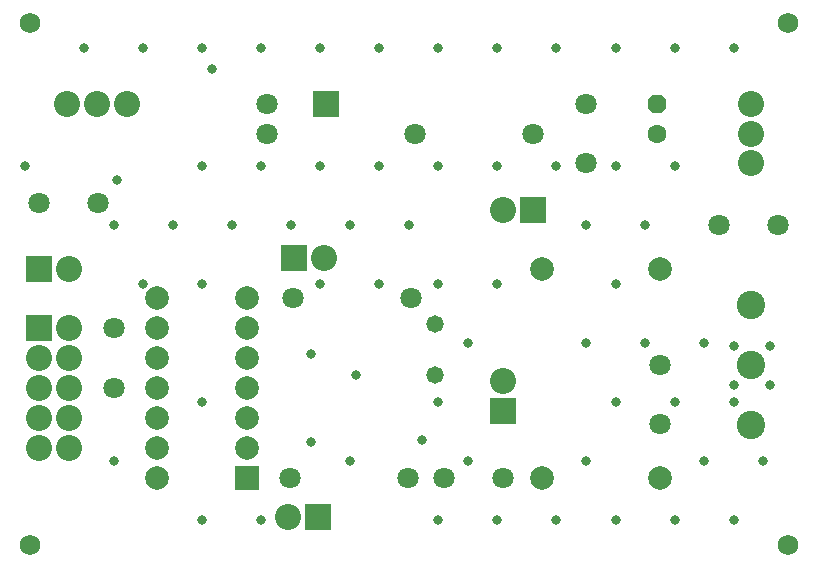
<source format=gts>
G04*
G04 #@! TF.GenerationSoftware,Altium Limited,Altium Designer,21.2.0 (30)*
G04*
G04 Layer_Color=8388736*
%FSLAX25Y25*%
%MOIN*%
G70*
G04*
G04 #@! TF.SameCoordinates,988A1CD1-E7ED-44CA-A79C-FF2152EA78B2*
G04*
G04*
G04 #@! TF.FilePolarity,Negative*
G04*
G01*
G75*
%ADD16C,0.08674*%
%ADD17C,0.07099*%
%ADD18C,0.07887*%
%ADD19C,0.09461*%
%ADD20R,0.08674X0.08674*%
%ADD21R,0.08674X0.08674*%
%ADD22P,0.06832X8X292.5*%
%ADD23C,0.06312*%
%ADD24R,0.07887X0.07887*%
%ADD25C,0.06800*%
%ADD26C,0.03300*%
%ADD27C,0.05800*%
D16*
X24016Y158465D02*
D03*
X33858D02*
D03*
X43701D02*
D03*
X24685Y103347D02*
D03*
Y43976D02*
D03*
Y63976D02*
D03*
Y53976D02*
D03*
X14685Y43976D02*
D03*
Y53976D02*
D03*
X24685Y83976D02*
D03*
X14685Y73976D02*
D03*
X24685D02*
D03*
X14685Y63976D02*
D03*
X251969Y158465D02*
D03*
Y148622D02*
D03*
Y138779D02*
D03*
X169291Y123031D02*
D03*
X109409Y107283D02*
D03*
X97362Y20669D02*
D03*
X169291Y66102D02*
D03*
D17*
X137402Y33661D02*
D03*
X98032D02*
D03*
X90551Y148543D02*
D03*
Y158543D02*
D03*
X14567Y125394D02*
D03*
X34252D02*
D03*
X39370Y63976D02*
D03*
Y83661D02*
D03*
X196850Y138779D02*
D03*
Y158465D02*
D03*
X149606Y33661D02*
D03*
X169291D02*
D03*
X260827Y118110D02*
D03*
X241142D02*
D03*
X221457Y71457D02*
D03*
Y51772D02*
D03*
X139764Y148543D02*
D03*
X179134D02*
D03*
X138583Y93898D02*
D03*
X99213D02*
D03*
D18*
X182087Y33661D02*
D03*
X221457D02*
D03*
X53898Y33819D02*
D03*
X83898Y43819D02*
D03*
Y53819D02*
D03*
Y63819D02*
D03*
X53898D02*
D03*
Y43819D02*
D03*
X83898Y93819D02*
D03*
Y83819D02*
D03*
Y73819D02*
D03*
X53898Y53819D02*
D03*
Y73721D02*
D03*
Y83720D02*
D03*
Y93721D02*
D03*
X182087Y103347D02*
D03*
X221457D02*
D03*
D19*
X251969Y51535D02*
D03*
Y71535D02*
D03*
Y91535D02*
D03*
D20*
X14685Y103347D02*
D03*
X110236Y158465D02*
D03*
X179291Y123031D02*
D03*
X99410Y107283D02*
D03*
X107362Y20669D02*
D03*
D21*
X14685Y83976D02*
D03*
X169291Y56102D02*
D03*
D22*
X220472Y158465D02*
D03*
D23*
Y148622D02*
D03*
D24*
X83898Y33819D02*
D03*
D25*
X264173Y11417D02*
D03*
X264173Y185433D02*
D03*
X11417D02*
D03*
Y11417D02*
D03*
D26*
X40551Y133071D02*
D03*
X72047Y170079D02*
D03*
X258268Y64961D02*
D03*
X246063Y77953D02*
D03*
Y64961D02*
D03*
X142126Y46457D02*
D03*
X120079Y68110D02*
D03*
X105118Y75197D02*
D03*
Y45669D02*
D03*
X246063Y177165D02*
D03*
X258268Y77953D02*
D03*
X246063Y59055D02*
D03*
X255906Y39370D02*
D03*
X246063Y19685D02*
D03*
X226378Y177165D02*
D03*
Y137795D02*
D03*
X236221Y78740D02*
D03*
X226378Y59055D02*
D03*
X236221Y39370D02*
D03*
X226378Y19685D02*
D03*
X206693Y177165D02*
D03*
Y137795D02*
D03*
X216535Y118110D02*
D03*
X206693Y98425D02*
D03*
X216535Y78740D02*
D03*
X206693Y59055D02*
D03*
Y19685D02*
D03*
X187008Y177165D02*
D03*
Y137795D02*
D03*
X196850Y118110D02*
D03*
Y78740D02*
D03*
Y39370D02*
D03*
X187008Y19685D02*
D03*
X167323Y177165D02*
D03*
Y137795D02*
D03*
Y98425D02*
D03*
Y19685D02*
D03*
X147638Y177165D02*
D03*
Y137795D02*
D03*
Y98425D02*
D03*
X157480Y78740D02*
D03*
X147638Y59055D02*
D03*
X157480Y39370D02*
D03*
X147638Y19685D02*
D03*
X127953Y177165D02*
D03*
Y137795D02*
D03*
X137795Y118110D02*
D03*
X127953Y98425D02*
D03*
X108268Y177165D02*
D03*
Y137795D02*
D03*
X118110Y118110D02*
D03*
X108268Y98425D02*
D03*
X118110Y39370D02*
D03*
X88583Y177165D02*
D03*
Y137795D02*
D03*
X98425Y118110D02*
D03*
X88583Y19685D02*
D03*
X68898Y177165D02*
D03*
Y137795D02*
D03*
X78740Y118110D02*
D03*
X68898Y98425D02*
D03*
Y59055D02*
D03*
Y19685D02*
D03*
X49213Y177165D02*
D03*
X59055Y118110D02*
D03*
X49213Y98425D02*
D03*
X29528Y177165D02*
D03*
X39370Y118110D02*
D03*
Y39370D02*
D03*
X9843Y137795D02*
D03*
D27*
X146457Y68110D02*
D03*
Y85039D02*
D03*
M02*

</source>
